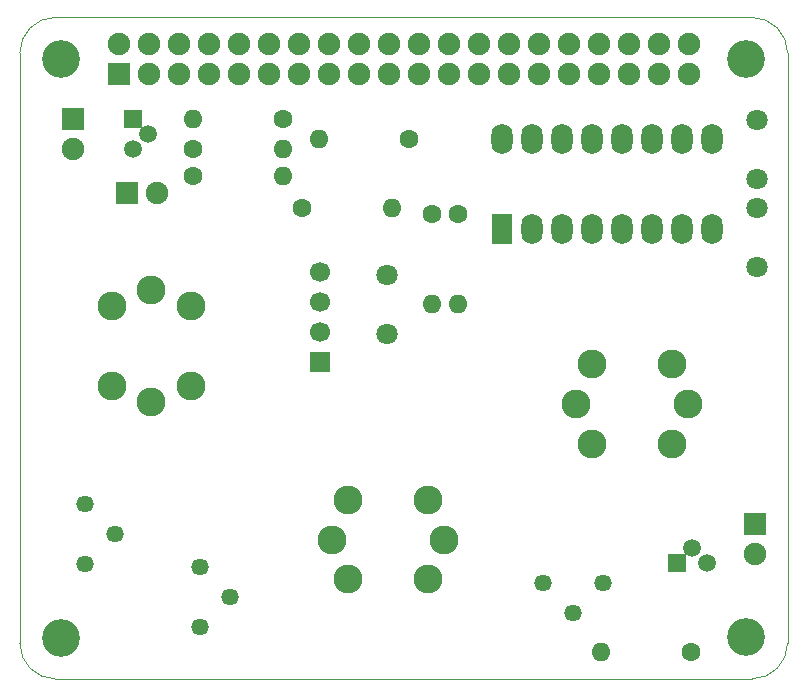
<source format=gbr>
G04 #@! TF.GenerationSoftware,KiCad,Pcbnew,(5.1.0)-1*
G04 #@! TF.CreationDate,2021-12-28T09:15:10+02:00*
G04 #@! TF.ProjectId,RPI_HAT_sensors,5250495f-4841-4545-9f73-656e736f7273,rev?*
G04 #@! TF.SameCoordinates,Original*
G04 #@! TF.FileFunction,Soldermask,Bot*
G04 #@! TF.FilePolarity,Negative*
%FSLAX46Y46*%
G04 Gerber Fmt 4.6, Leading zero omitted, Abs format (unit mm)*
G04 Created by KiCad (PCBNEW (5.1.0)-1) date 2021-12-28 09:15:10*
%MOMM*%
%LPD*%
G04 APERTURE LIST*
%ADD10C,0.100000*%
%ADD11C,2.450000*%
%ADD12R,1.900000X1.900000*%
%ADD13O,1.900000X1.900000*%
%ADD14C,1.500000*%
%ADD15R,1.500000X1.500000*%
%ADD16O,1.600000X1.600000*%
%ADD17C,1.600000*%
%ADD18C,3.200000*%
%ADD19R,1.800000X2.600000*%
%ADD20O,1.800000X2.600000*%
%ADD21C,1.460000*%
%ADD22R,1.700000X1.700000*%
%ADD23C,1.700000*%
%ADD24C,1.800000*%
G04 APERTURE END LIST*
D10*
X78546356Y-63817611D02*
X78546356Y-113817611D01*
X78546356Y-63817611D02*
G75*
G02X81546356Y-60817611I3000000J0D01*
G01*
X140546356Y-60817611D02*
X81546356Y-60817611D01*
X140546356Y-60817611D02*
G75*
G02X143546356Y-63817611I0J-3000000D01*
G01*
X143546356Y-113817611D02*
X143546356Y-63817611D01*
X81546356Y-116817611D02*
G75*
G02X78546356Y-113817611I0J3000000D01*
G01*
X81546356Y-116817611D02*
X140546356Y-116817611D01*
X143546351Y-113822847D02*
G75*
G02X140546356Y-116817611I-2999995J5236D01*
G01*
D11*
X125653600Y-93573600D03*
X127031100Y-96946100D03*
X133776100Y-96946100D03*
X135153600Y-93573600D03*
X133776100Y-90201100D03*
X127031100Y-90201100D03*
D12*
X83032600Y-69418200D03*
D13*
X83032600Y-71958200D03*
D14*
X89382600Y-70688200D03*
X88112600Y-71958200D03*
D15*
X88112600Y-69418200D03*
D16*
X93192600Y-69418200D03*
D17*
X100812600Y-69418200D03*
X93192600Y-71958200D03*
D16*
X100812600Y-71958200D03*
D11*
X113100500Y-108401500D03*
X106355500Y-108401500D03*
X104978000Y-105029000D03*
X106355500Y-101656500D03*
X113100500Y-101656500D03*
X114478000Y-105029000D03*
D12*
X86920000Y-65590000D03*
D13*
X86920000Y-63050000D03*
X89460000Y-65590000D03*
X89460000Y-63050000D03*
X92000000Y-65590000D03*
X92000000Y-63050000D03*
X94540000Y-65590000D03*
X94540000Y-63050000D03*
X97080000Y-65590000D03*
X97080000Y-63050000D03*
X99620000Y-65590000D03*
X99620000Y-63050000D03*
X102160000Y-65590000D03*
X102160000Y-63050000D03*
X104700000Y-65590000D03*
X104700000Y-63050000D03*
X107240000Y-65590000D03*
X107240000Y-63050000D03*
X109780000Y-65590000D03*
X109780000Y-63050000D03*
X112320000Y-65590000D03*
X112320000Y-63050000D03*
X114860000Y-65590000D03*
X114860000Y-63050000D03*
X117400000Y-65590000D03*
X117400000Y-63050000D03*
X119940000Y-65590000D03*
X119940000Y-63050000D03*
X122480000Y-65590000D03*
X122480000Y-63050000D03*
X125020000Y-65590000D03*
X125020000Y-63050000D03*
X127560000Y-65590000D03*
X127560000Y-63050000D03*
X130100000Y-65590000D03*
X130100000Y-63050000D03*
X132640000Y-65590000D03*
X132640000Y-63050000D03*
X135180000Y-65590000D03*
X135180000Y-63050000D03*
D18*
X82040000Y-64310000D03*
X140040000Y-64330000D03*
X82040000Y-113320000D03*
X140030000Y-113310000D03*
D11*
X86314900Y-92018500D03*
X86314900Y-85273500D03*
X89687400Y-83896000D03*
X93059900Y-85273500D03*
X93059900Y-92018500D03*
X89687400Y-93396000D03*
D19*
X119380000Y-78740000D03*
D20*
X137160000Y-71120000D03*
X121920000Y-78740000D03*
X134620000Y-71120000D03*
X124460000Y-78740000D03*
X132080000Y-71120000D03*
X127000000Y-78740000D03*
X129540000Y-71120000D03*
X129540000Y-78740000D03*
X127000000Y-71120000D03*
X132080000Y-78740000D03*
X124460000Y-71120000D03*
X134620000Y-78740000D03*
X121920000Y-71120000D03*
X137160000Y-78740000D03*
X119380000Y-71120000D03*
D21*
X84074000Y-107086400D03*
X86614000Y-104546400D03*
X84074000Y-102006400D03*
X93802200Y-107340400D03*
X96342200Y-109880400D03*
X93802200Y-112420400D03*
X122834400Y-108712000D03*
X125374400Y-111252000D03*
X127914400Y-108712000D03*
D17*
X111506000Y-71120000D03*
D16*
X103886000Y-71120000D03*
D22*
X103936800Y-89966800D03*
D23*
X103936800Y-87426800D03*
X103936800Y-84886800D03*
X103936800Y-82346800D03*
D24*
X140944600Y-69494400D03*
X140944600Y-74494400D03*
X140944600Y-76940400D03*
X140944600Y-81940400D03*
D12*
X140766800Y-103682800D03*
D13*
X140766800Y-106222800D03*
D14*
X135458200Y-105740200D03*
X136728200Y-107010200D03*
D15*
X134188200Y-107010200D03*
D17*
X102463600Y-76911200D03*
D16*
X110083600Y-76911200D03*
X127762000Y-114554000D03*
D17*
X135382000Y-114554000D03*
D24*
X109601000Y-82651600D03*
X109601000Y-87651600D03*
D12*
X87630000Y-75717400D03*
D13*
X90170000Y-75717400D03*
D17*
X93218000Y-74269600D03*
D16*
X100838000Y-74269600D03*
X113411000Y-85064600D03*
D17*
X113411000Y-77444600D03*
X115671600Y-77444600D03*
D16*
X115671600Y-85064600D03*
M02*

</source>
